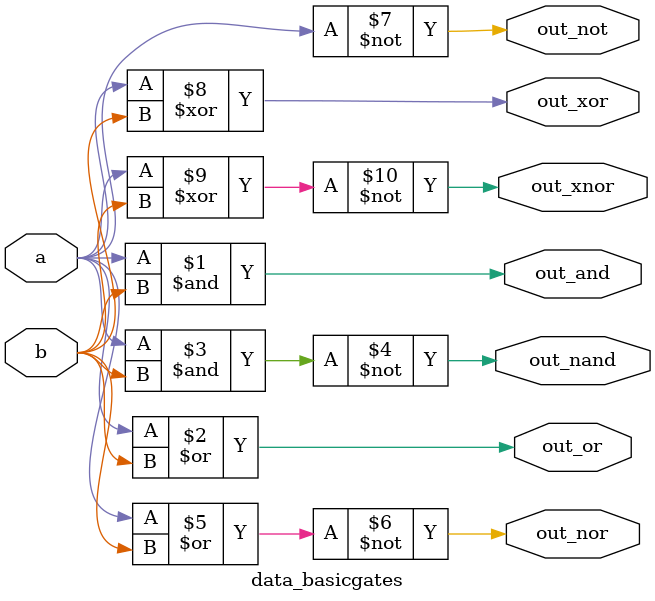
<source format=v>
module data_basicgates(output out_and,out_or,out_nand,out_nor,out_not,out_xor,out_xnor,
                       input a,b);
assign out_and=a & b;
assign out_or=a | b;
assign out_nand=~(a & b);
assign out_nor=~(a | b);
assign out_not=~a; 
assign out_xor=a ^ b;
assign out_xnor=~(a ^ b);
endmodule

</source>
